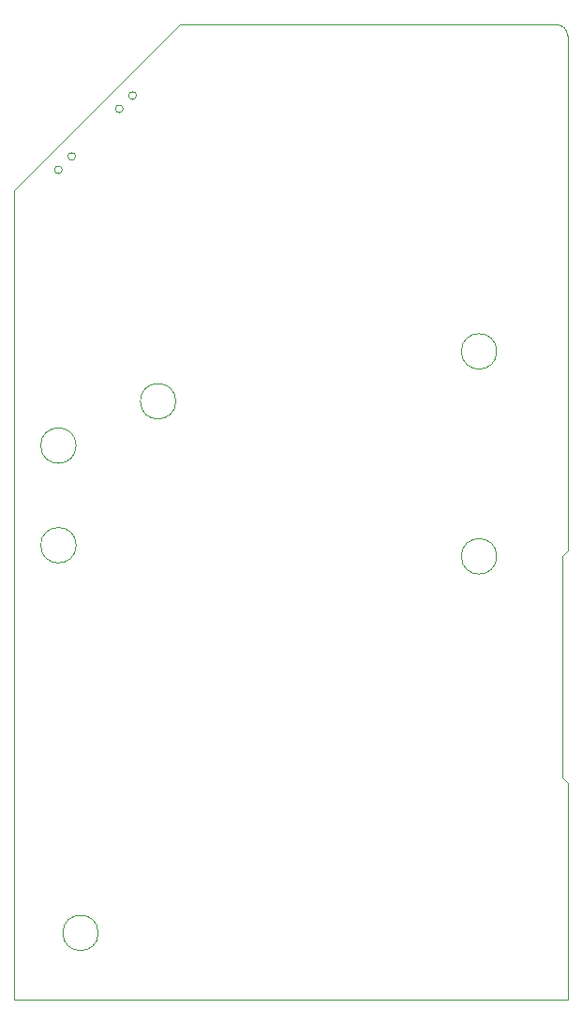
<source format=gbr>
G04 #@! TF.GenerationSoftware,KiCad,Pcbnew,(6.0.1-0)*
G04 #@! TF.CreationDate,2022-08-23T11:47:09-04:00*
G04 #@! TF.ProjectId,mobo,6d6f626f-2e6b-4696-9361-645f70636258,rev?*
G04 #@! TF.SameCoordinates,Original*
G04 #@! TF.FileFunction,Profile,NP*
%FSLAX46Y46*%
G04 Gerber Fmt 4.6, Leading zero omitted, Abs format (unit mm)*
G04 Created by KiCad (PCBNEW (6.0.1-0)) date 2022-08-23 11:47:09*
%MOMM*%
%LPD*%
G01*
G04 APERTURE LIST*
G04 #@! TA.AperFunction,Profile*
%ADD10C,0.050000*%
G04 #@! TD*
G04 #@! TA.AperFunction,Profile*
%ADD11C,0.120000*%
G04 #@! TD*
G04 APERTURE END LIST*
D10*
X132300000Y-99500000D02*
X131800000Y-99000000D01*
X132300000Y-119000000D02*
X132300000Y-99500000D01*
X125900000Y-60500000D02*
G75*
G03*
X125900000Y-60500000I-1600000J0D01*
G01*
X131800000Y-99000000D02*
X131800000Y-79000000D01*
X96900000Y-65000000D02*
G75*
G03*
X96900000Y-65000000I-1600000J0D01*
G01*
X82300000Y-46000000D02*
X82300000Y-119000000D01*
X125900000Y-79000000D02*
G75*
G03*
X125900000Y-79000000I-1600000J0D01*
G01*
X82300000Y-119000000D02*
X132300000Y-119000000D01*
X131800000Y-79000000D02*
X132300000Y-78500000D01*
X87900000Y-69000000D02*
G75*
G03*
X87900000Y-69000000I-1600000J0D01*
G01*
X132300000Y-32000000D02*
X132300000Y-78500000D01*
X87900000Y-78000000D02*
G75*
G03*
X87900000Y-78000000I-1600000J0D01*
G01*
X89900000Y-113000000D02*
G75*
G03*
X89900000Y-113000000I-1600000J0D01*
G01*
X131300000Y-31000000D02*
X97300000Y-31000000D01*
X132300000Y-32000000D02*
G75*
G03*
X131300000Y-31000000I-999999J1D01*
G01*
X82300000Y-46000000D02*
X97300000Y-31000000D01*
D11*
X92148960Y-38601041D02*
G75*
G03*
X92148960Y-38601041I-350001J0D01*
G01*
X93351040Y-37398959D02*
G75*
G03*
X93351040Y-37398959I-349999J0D01*
G01*
X87851040Y-42898959D02*
G75*
G03*
X87851040Y-42898959I-349999J0D01*
G01*
X86648960Y-44101041D02*
G75*
G03*
X86648960Y-44101041I-350001J0D01*
G01*
M02*

</source>
